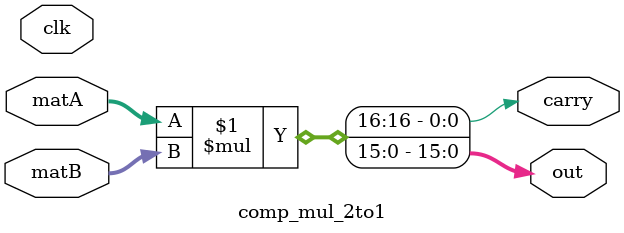
<source format=sv>





/****** comp_mul_2to1.sv *******/

// Inputs: 2 inputs, 8 bits each
// Outputs: 2 output, 16 bits and 1

module comp_mul_2to1(clk, matA, matB, out, carry);

    localparam N = 16;

    /* verilator lint_off UNUSED */
    input   clk;                                // clock signal

    input   [7:0] matA; 
    input   [7:0] matB;                   
    
    output  [(N-1):0] out;                         // signal sending the result
    output         carry;

    // Falta poner senyal de reset para los registros

    assign {carry, out} = matA * matB;

endmodule
</source>
